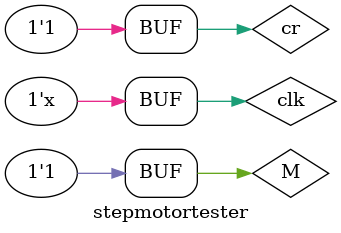
<source format=v>
`timescale 1ns / 1ps


module stepmotortester;

	// Inputs
	reg clk;
	reg cr;
	reg M;

	// Outputs
	wire a;
	wire b;
	wire c;

	// Instantiate the Unit Under Test (UUT)
	StepMotorDriver uut (
		.clk(clk), 
		.cr(cr), 
		.M(M), 
		.a(a), 
		.b(b), 
		.c(c)
	);

	initial begin
		// Initialize Inputs
		clk = 0;
		cr = 1;
		M = 0;

		// Wait 100 ns for global reset to finish
		#100;
        cr=0;
		 #10;
		 cr=1;
		 #1000;
		 M=1;
		 #100;
		 cr=0;
		 #10;
		 cr=1;
		// Add stimulus here

	end
     always clk=#1~clk;
endmodule


</source>
